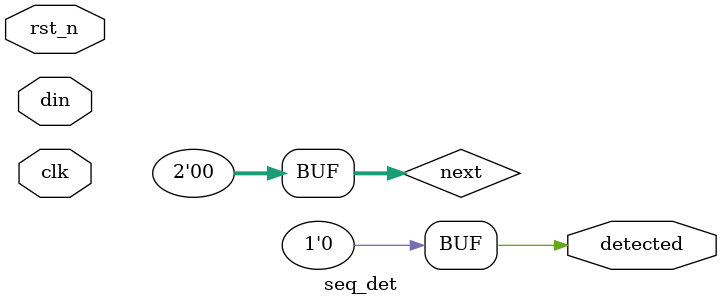
<source format=sv>
typedef enum logic [1:0] { S0, S1, S2, S3 } state_t;

module seq_det (
  input  logic clk, rst_n, din,
  output logic detected
);
  state_t state, next;

  always_ff @(posedge clk)
    if (!rst_n) state <= S0;
    else        state <= next;

  always_comb begin
    next     = state;  // hold by default
    detected = 1'b0;
    case (state)
      // TODO: S0: next = din ? S1 : S0;
      // TODO: S1: next = din ? S1 : S2;  (stay on repeated 1)
      // TODO: S2: next = din ? S3 : S0;  (0->1 matches; 0->0 resets)
      // TODO: S3: begin detected = 1'b1; next = din ? S1 : S0; end
      default: next = S0;
    endcase
  end
endmodule

</source>
